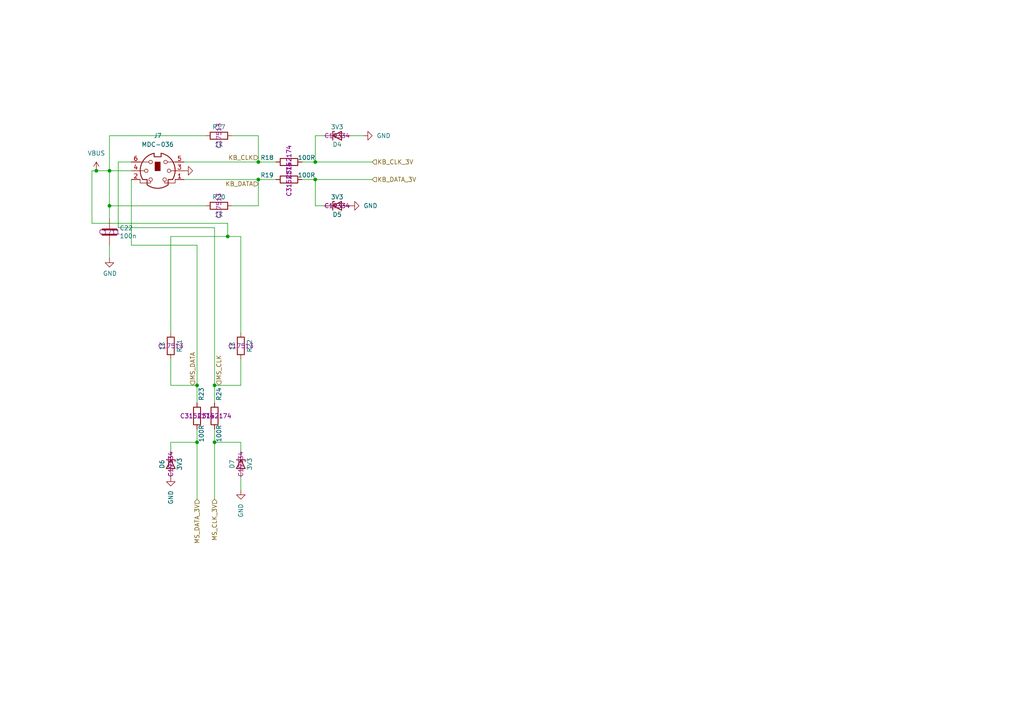
<source format=kicad_sch>
(kicad_sch (version 20250114) (generator "eeschema") (generator_version "9.0")
  (paper "A4")
  (title_block (title "${NAME}") (date "2025-04-24") (rev "${VERSION}") (company "Mikhail Matveev") (comment 1 "https://github.com/xtremespb/frank"))
  (lib_symbols
    (symbol "Connector:Mini-DIN-6" (pin_names (offset 1.016))
      (property "Reference" "J" (at 0 6.35 0))
      (property "Value" "Mini-DIN-6" (at 0 -6.35 0))
      (symbol "Mini-DIN-6_0_1"
        (polyline (pts (xy -4.318 -2.54) (xy -3.048 -2.54) (xy -3.048 -4.064)) (stroke (width 0.254)))
        (polyline (pts (xy -3.81 0) (xy -5.08 0)))
        (circle (center -3.302 0) (radius 0.508))
        (polyline (pts (xy -2.54 2.54) (xy -5.08 2.54)))
        (circle (center -2.032 2.54) (radius 0.508))
        (circle (center -2.032 -2.54) (radius 0.508))
        (polyline (pts (xy -2.032 -3.048) (xy -2.032 -3.556) (xy -5.08 -3.556) (xy -5.08 -2.54)))
        (polyline (pts (xy -1.016 5.08) (xy -1.016 4.064) (xy 1.016 4.064) (xy 1.016 5.08)) (stroke (width 0.254)))
        (rectangle (start -0.762 2.54) (end 0.762 0) (fill (type outline)))
        (arc (start 3.048 -4.064) (mid 0 -5.08) (end -3.048 -4.064) (stroke (width 0.254)))
        (arc (start 1.016 5.08) (mid 4.6646 2.1356) (end 4.318 -2.54) (stroke (width 0.254)))
        (arc (start -4.318 -2.54) (mid -4.6241 2.1181) (end -1.016 5.08) (stroke (width 0.254)))
        (circle (center 2.032 -2.54) (radius 0.508))
        (polyline (pts (xy 2.032 -3.048) (xy 2.032 -3.556) (xy 5.08 -3.556) (xy 5.08 -2.54)))
        (circle (center 2.286 2.54) (radius 0.508))
        (polyline (pts (xy 2.794 2.54) (xy 5.08 2.54)))
        (circle (center 3.302 0) (radius 0.508))
        (polyline (pts (xy 4.318 -2.54) (xy 3.048 -2.54) (xy 3.048 -4.064)) (stroke (width 0.254)))
        (polyline (pts (xy 5.08 0) (xy 3.81 0)))
      )
      (symbol "Mini-DIN-6_1_1"
        (pin passive line (at -7.62 2.54 0) (length 2.54) (name "~") (number "6"))
        (pin passive line (at -7.62 0 0) (length 2.54) (name "~") (number "4"))
        (pin passive line (at -7.62 -2.54 0) (length 2.54) (name "~") (number "2"))
        (pin passive line (at 7.62 2.54 180) (length 2.54) (name "~") (number "5"))
        (pin passive line (at 7.62 0 180) (length 2.54) (name "~") (number "3"))
        (pin passive line (at 7.62 -2.54 180) (length 2.54) (name "~") (number "1"))
      )
    )
    (symbol "Device:C" (pin_numbers (hide yes)) (pin_names (offset 0.254))
      (property "Reference" "C" (at 0.635 2.54 0))
      (property "Value" "C" (at 0.635 -2.54 0))
      (symbol "C_0_1"
        (polyline (pts (xy -2.032 0.762) (xy 2.032 0.762)) (stroke (width 0.508)))
        (polyline (pts (xy -2.032 -0.762) (xy 2.032 -0.762)) (stroke (width 0.508)))
      )
      (symbol "C_1_1"
        (pin passive line (at 0 3.81 270) (length 2.794) (name "~") (number "1"))
        (pin passive line (at 0 -3.81 90) (length 2.794) (name "~") (number "2"))
      )
    )
    (symbol "Device:D_Zener" (pin_numbers (hide yes)) (pin_names (offset 1.016) (hide yes))
      (property "Reference" "D" (at 0 2.54 0))
      (property "Value" "D_Zener" (at 0 -2.54 0))
      (symbol "D_Zener_0_1"
        (polyline (pts (xy -1.27 -1.27) (xy -1.27 1.27) (xy -0.762 1.27)) (stroke (width 0.254)))
        (polyline (pts (xy 1.27 0) (xy -1.27 0)))
        (polyline (pts (xy 1.27 -1.27) (xy 1.27 1.27) (xy -1.27 0) (xy 1.27 -1.27)) (stroke (width 0.254)))
      )
      (symbol "D_Zener_1_1"
        (pin passive line (at -3.81 0 0) (length 2.54) (name "K") (number "1"))
        (pin passive line (at 3.81 0 180) (length 2.54) (name "A") (number "2"))
      )
    )
    (symbol "Device:R" (pin_numbers (hide yes)) (pin_names (offset 0))
      (property "Reference" "R" (at 2.032 0 90))
      (property "Value" "R" (at 0 0 90))
      (symbol "R_0_1"
        (rectangle (start -1.016 -2.54) (end 1.016 2.54) (stroke (width 0.254)))
      )
      (symbol "R_1_1"
        (pin passive line (at 0 3.81 270) (length 1.27) (name "~") (number "1"))
        (pin passive line (at 0 -3.81 90) (length 1.27) (name "~") (number "2"))
      )
    )
    (symbol "GND_1" (power) (pin_numbers (hide yes)) (pin_names (offset 0) (hide yes))
      (property "Value" "GND" (at 0 -3.81 0))
      (symbol "GND_1_0_1"
        (polyline (pts (xy 0 0) (xy 0 -1.27) (xy 1.27 -1.27) (xy 0 -2.54) (xy -1.27 -1.27) (xy 0 -1.27)))
      )
      (symbol "GND_1_1_1"
        (pin power_in line (at 0 0 270) (length 0) (name "~") (number "1"))
      )
    )
    (symbol "GND_2" (power) (pin_numbers (hide yes)) (pin_names (offset 0) (hide yes))
      (property "Value" "GND" (at 0 -3.81 0))
      (symbol "GND_2_0_1"
        (polyline (pts (xy 0 0) (xy 0 -1.27) (xy 1.27 -1.27) (xy 0 -2.54) (xy -1.27 -1.27) (xy 0 -1.27)))
      )
      (symbol "GND_2_1_1"
        (pin power_in line (at 0 0 270) (length 0) (name "~") (number "1"))
      )
    )
    (symbol "GND_3" (power) (pin_numbers (hide yes)) (pin_names (offset 0) (hide yes))
      (property "Value" "GND" (at 0 -3.81 0))
      (symbol "GND_3_0_1"
        (polyline (pts (xy 0 0) (xy 0 -1.27) (xy 1.27 -1.27) (xy 0 -2.54) (xy -1.27 -1.27) (xy 0 -1.27)))
      )
      (symbol "GND_3_1_1"
        (pin power_in line (at 0 0 270) (length 0) (name "~") (number "1"))
      )
    )
    (symbol "GND_4" (power) (pin_numbers (hide yes)) (pin_names (offset 0) (hide yes))
      (property "Value" "GND" (at 0 -3.81 0))
      (symbol "GND_4_0_1"
        (polyline (pts (xy 0 0) (xy 0 -1.27) (xy 1.27 -1.27) (xy 0 -2.54) (xy -1.27 -1.27) (xy 0 -1.27)))
      )
      (symbol "GND_4_1_1"
        (pin power_in line (at 0 0 270) (length 0) (name "~") (number "1"))
      )
    )
    (symbol "GND_6" (power) (pin_numbers (hide yes)) (pin_names (offset 0) (hide yes))
      (property "Value" "GND" (at 0 -3.81 0))
      (symbol "GND_6_0_1"
        (polyline (pts (xy 0 0) (xy 0 -1.27) (xy 1.27 -1.27) (xy 0 -2.54) (xy -1.27 -1.27) (xy 0 -1.27)))
      )
      (symbol "GND_6_1_1"
        (pin power_in line (at 0 0 270) (length 0) (name "~") (number "1"))
      )
    )
    (symbol "power:GND" (power) (pin_numbers (hide yes)) (pin_names (offset 0) (hide yes))
      (property "Value" "GND" (at 0 -3.81 0))
      (symbol "GND_0_1"
        (polyline (pts (xy 0 0) (xy 0 -1.27) (xy 1.27 -1.27) (xy 0 -2.54) (xy -1.27 -1.27) (xy 0 -1.27)))
      )
      (symbol "GND_1_1"
        (pin power_in line (at 0 0 270) (length 0) (name "~") (number "1"))
      )
    )
    (symbol "power:VBUS" (power) (pin_numbers (hide yes)) (pin_names (offset 0) (hide yes))
      (property "Value" "VBUS" (at 0 3.556 0))
      (symbol "VBUS_0_1"
        (polyline (pts (xy -0.762 1.27) (xy 0 2.54)))
        (polyline (pts (xy 0 2.54) (xy 0.762 1.27)))
        (polyline (pts (xy 0 0) (xy 0 2.54)))
      )
      (symbol "VBUS_1_1"
        (pin power_in line (at 0 0 90) (length 0) (name "~") (number "1"))
      )
    )
  )
  (junction (at 91.44 52.07))
  (junction (at 57.15 128.27))
  (junction (at 66.04 68.58))
  (junction (at 57.15 111.76))
  (junction (at 74.93 46.99))
  (junction (at 31.75 49.53))
  (junction (at 91.44 46.99))
  (junction (at 62.23 128.27))
  (junction (at 31.75 59.69))
  (junction (at 62.23 111.76))
  (junction (at 74.93 52.07))
  (junction (at 27.94 49.53))
  (wire (pts (xy 57.15 128.27) (xy 57.15 144.78)))
  (wire (pts (xy 69.85 111.76) (xy 62.23 111.76)))
  (wire (pts (xy 69.85 128.27) (xy 62.23 128.27)))
  (wire (pts (xy 74.93 52.07) (xy 80.01 52.07)))
  (wire (pts (xy 74.93 46.99) (xy 80.01 46.99)))
  (wire (pts (xy 59.69 59.69) (xy 31.75 59.69)))
  (wire (pts (xy 49.53 96.52) (xy 49.53 68.58)))
  (wire (pts (xy 49.53 104.14) (xy 49.53 111.76)))
  (wire (pts (xy 27.94 49.53) (xy 26.67 49.53)))
  (wire (pts (xy 31.75 59.69) (xy 31.75 63.5)))
  (wire (pts (xy 31.75 39.37) (xy 31.75 49.53)))
  (wire (pts (xy 62.23 128.27) (xy 62.23 124.46)))
  (wire (pts (xy 62.23 128.27) (xy 62.23 144.78)))
  (wire (pts (xy 38.1 52.07) (xy 38.1 71.12)))
  (wire (pts (xy 101.6 39.37) (xy 105.41 39.37)))
  (wire (pts (xy 69.85 130.81) (xy 69.85 128.27)))
  (wire (pts (xy 91.44 52.07) (xy 87.63 52.07)))
  (wire (pts (xy 91.44 59.69) (xy 91.44 52.07)))
  (wire (pts (xy 69.85 104.14) (xy 69.85 111.76)))
  (wire (pts (xy 91.44 52.07) (xy 107.95 52.07)))
  (wire (pts (xy 31.75 59.69) (xy 31.75 49.53)))
  (wire (pts (xy 59.69 39.37) (xy 31.75 39.37)))
  (wire (pts (xy 38.1 46.99) (xy 34.29 46.99)))
  (wire (pts (xy 66.04 64.77) (xy 66.04 68.58)))
  (wire (pts (xy 66.04 68.58) (xy 69.85 68.58)))
  (wire (pts (xy 49.53 128.27) (xy 57.15 128.27)))
  (wire (pts (xy 93.98 59.69) (xy 91.44 59.69)))
  (wire (pts (xy 57.15 111.76) (xy 49.53 111.76)))
  (wire (pts (xy 93.98 39.37) (xy 91.44 39.37)))
  (wire (pts (xy 53.34 52.07) (xy 74.93 52.07)))
  (wire (pts (xy 34.29 46.99) (xy 34.29 66.04)))
  (wire (pts (xy 91.44 46.99) (xy 107.95 46.99)))
  (wire (pts (xy 38.1 71.12) (xy 57.15 71.12)))
  (wire (pts (xy 91.44 39.37) (xy 91.44 46.99)))
  (wire (pts (xy 31.75 49.53) (xy 38.1 49.53)))
  (wire (pts (xy 31.75 49.53) (xy 27.94 49.53)))
  (wire (pts (xy 67.31 59.69) (xy 74.93 59.69)))
  (wire (pts (xy 74.93 39.37) (xy 74.93 46.99)))
  (wire (pts (xy 26.67 64.77) (xy 66.04 64.77)))
  (wire (pts (xy 62.23 111.76) (xy 62.23 116.84)))
  (wire (pts (xy 49.53 130.81) (xy 49.53 128.27)))
  (wire (pts (xy 57.15 71.12) (xy 57.15 111.76)))
  (wire (pts (xy 57.15 128.27) (xy 57.15 124.46)))
  (wire (pts (xy 34.29 66.04) (xy 62.23 66.04)))
  (wire (pts (xy 26.67 49.53) (xy 26.67 64.77)))
  (wire (pts (xy 53.34 46.99) (xy 74.93 46.99)))
  (wire (pts (xy 69.85 96.52) (xy 69.85 68.58)))
  (wire (pts (xy 67.31 39.37) (xy 74.93 39.37)))
  (wire (pts (xy 31.75 71.12) (xy 31.75 74.93)))
  (wire (pts (xy 49.53 68.58) (xy 66.04 68.58)))
  (wire (pts (xy 74.93 52.07) (xy 74.93 59.69)))
  (wire (pts (xy 62.23 66.04) (xy 62.23 111.76)))
  (wire (pts (xy 57.15 111.76) (xy 57.15 116.84)))
  (wire (pts (xy 91.44 46.99) (xy 87.63 46.99)))
  (wire (pts (xy 69.85 138.43) (xy 69.85 142.24)))
  (hierarchical_label "MS_CLK_3V" (shape input) (at 62.23 144.78 270))
  (hierarchical_label "MS_CLK" (shape input) (at 63.5 111.76 90))
  (hierarchical_label "KB_CLK" (shape input) (at 74.93 45.72 180))
  (hierarchical_label "KB_DATA_3V" (shape input) (at 107.95 52.07 0))
  (hierarchical_label "MS_DATA_3V" (shape input) (at 57.15 144.78 270))
  (hierarchical_label "MS_DATA" (shape input) (at 55.88 111.76 90))
  (hierarchical_label "KB_CLK_3V" (shape input) (at 107.95 46.99 0))
  (hierarchical_label "KB_DATA" (shape input) (at 74.93 53.34 180))
  (symbol (lib_name "GND_6") (lib_id "power:GND") (at 101.6 59.69 90) (unit 1)
    (property "Reference" "#PWR055" (effects (hide yes)))
    (property "Value" "GND" (at 105.41 59.6899 90) (effects (justify right)))
    (property "Description" "Power symbol creates a global label with name \"GND\" , ground" (effects (hide yes)))
  )
  (symbol (lib_id "Device:D_Zener") (at 97.79 59.69 0) (unit 1)
    (property "Reference" "D5" (at 97.79 62.23 0))
    (property "Value" "3V3" (at 97.79 57.15 0))
    (property "Footprint" "FRANK:Diode (SOD-323)" (effects (hide yes)))
    (property "Datasheet" "https://www.vishay.com/docs/83335/bzx384g.pdf" (effects (hide yes)))
    (property "AliExpress" "https://www.aliexpress.com/item/1005006143480992.html" (effects (hide yes)))
    (property "LCSC" "C19334" (at 97.79 59.69 0))
  )
  (symbol (lib_name "GND_3") (lib_id "power:GND") (at 31.75 74.93 0) (unit 1)
    (property "Reference" "#PWR056" (effects (hide yes)))
    (property "Value" "GND" (at 31.877 79.3242 0))
    (property "Description" "Power symbol creates a global label with name \"GND\" , ground" (effects (hide yes)))
  )
  (symbol (lib_id "Device:R") (at 49.53 100.33 0) (unit 1)
    (property "Reference" "R21" (at 52.07 100.33 90))
    (property "Value" "1K" (at 46.99 100.33 90))
    (property "Footprint" "FRANK:Resistor (0805)" (effects (hide yes)))
    (property "Datasheet" "https://www.vishay.com/docs/28952/mcs0402at-mct0603at-mcu0805at-mca1206at.pdf" (effects (hide yes)))
    (property "AliExpress" "https://www.aliexpress.com/item/1005005945735199.html" (effects (hide yes)))
    (property "LCSC" "C17513" (at 49.53 100.33 0))
  )
  (symbol (lib_name "GND_1") (lib_id "power:GND") (at 69.85 142.24 0) (unit 1)
    (property "Reference" "#PWR058" (effects (hide yes)))
    (property "Value" "GND" (at 69.8501 146.05 90) (effects (justify right)))
    (property "Description" "Power symbol creates a global label with name \"GND\" , ground" (effects (hide yes)))
  )
  (symbol (lib_id "Device:R") (at 83.82 52.07 90) (unit 1)
    (property "Reference" "R19" (at 77.47 50.8 90))
    (property "Value" "100R" (at 88.9 50.8 90))
    (property "Footprint" "FRANK:Resistor (0805)" (effects (hide yes)))
    (property "Datasheet" "https://www.vishay.com/docs/28952/mcs0402at-mct0603at-mcu0805at-mca1206at.pdf" (effects (hide yes)))
    (property "AliExpress" "https://www.aliexpress.com/item/1005005945735199.html" (effects (hide yes)))
    (property "LCSC" "C3152174" (at 83.82 52.07 0))
  )
  (symbol (lib_id "Device:R") (at 69.85 100.33 0) (unit 1)
    (property "Reference" "R22" (at 72.39 100.33 90))
    (property "Value" "1K" (at 67.31 100.33 90))
    (property "Footprint" "FRANK:Resistor (0805)" (effects (hide yes)))
    (property "Datasheet" "https://www.vishay.com/docs/28952/mcs0402at-mct0603at-mcu0805at-mca1206at.pdf" (effects (hide yes)))
    (property "AliExpress" "https://www.aliexpress.com/item/1005005945735199.html" (effects (hide yes)))
    (property "LCSC" "C17513" (at 69.85 100.33 0))
  )
  (symbol (lib_id "Device:R") (at 83.82 46.99 90) (unit 1)
    (property "Reference" "R18" (at 77.47 45.72 90))
    (property "Value" "100R" (at 88.9 45.72 90))
    (property "Footprint" "FRANK:Resistor (0805)" (effects (hide yes)))
    (property "Datasheet" "https://www.vishay.com/docs/28952/mcs0402at-mct0603at-mcu0805at-mca1206at.pdf" (effects (hide yes)))
    (property "AliExpress" "https://www.aliexpress.com/item/1005005945735199.html" (effects (hide yes)))
    (property "LCSC" "C3152174" (at 83.82 46.99 0))
  )
  (symbol (lib_id "Device:R") (at 57.15 120.65 0) (unit 1)
    (property "Reference" "R23" (at 58.42 114.3 90))
    (property "Value" "100R" (at 58.42 125.73 90))
    (property "Footprint" "FRANK:Resistor (0805)" (effects (hide yes)))
    (property "Datasheet" "https://www.vishay.com/docs/28952/mcs0402at-mct0603at-mcu0805at-mca1206at.pdf" (effects (hide yes)))
    (property "AliExpress" "https://www.aliexpress.com/item/1005005945735199.html" (effects (hide yes)))
    (property "LCSC" "C3152174" (at 57.15 120.65 0))
  )
  (symbol (lib_name "GND_4") (lib_id "power:GND") (at 105.41 39.37 90) (unit 1)
    (property "Reference" "#PWR052" (effects (hide yes)))
    (property "Value" "GND" (at 109.22 39.3699 90) (effects (justify right)))
    (property "Description" "Power symbol creates a global label with name \"GND\" , ground" (effects (hide yes)))
  )
  (symbol (lib_id "Device:D_Zener") (at 49.53 134.62 270) (unit 1)
    (property "Reference" "D6" (at 46.99 134.62 0))
    (property "Value" "3V3" (at 52.07 134.62 0))
    (property "Footprint" "FRANK:Diode (SOD-323)" (effects (hide yes)))
    (property "Datasheet" "https://www.vishay.com/docs/83335/bzx384g.pdf" (effects (hide yes)))
    (property "AliExpress" "https://www.aliexpress.com/item/1005006143480992.html" (effects (hide yes)))
    (property "LCSC" "C19334" (at 49.53 134.62 0))
  )
  (symbol (lib_id "power:VBUS") (at 27.94 49.53 0) (unit 1)
    (property "Reference" "#PWR053" (effects (hide yes)))
    (property "Value" "VBUS" (at 27.94 44.45 0))
    (property "Description" "Power symbol creates a global label with name \"VBUS\"" (effects (hide yes)))
  )
  (symbol (lib_id "Device:R") (at 63.5 59.69 90) (unit 1)
    (property "Reference" "R20" (at 63.5 57.15 90))
    (property "Value" "1K" (at 63.5 62.23 90))
    (property "Footprint" "FRANK:Resistor (0805)" (effects (hide yes)))
    (property "Datasheet" "https://www.vishay.com/docs/28952/mcs0402at-mct0603at-mcu0805at-mca1206at.pdf" (effects (hide yes)))
    (property "AliExpress" "https://www.aliexpress.com/item/1005005945735199.html" (effects (hide yes)))
    (property "LCSC" "C17513" (at 63.5 59.69 0))
  )
  (symbol (lib_id "Device:R") (at 63.5 39.37 90) (unit 1)
    (property "Reference" "R17" (at 63.5 36.83 90))
    (property "Value" "1K" (at 63.5 41.91 90))
    (property "Footprint" "FRANK:Resistor (0805)" (effects (hide yes)))
    (property "Datasheet" "https://www.vishay.com/docs/28952/mcs0402at-mct0603at-mcu0805at-mca1206at.pdf" (effects (hide yes)))
    (property "AliExpress" "https://www.aliexpress.com/item/1005005945735199.html" (effects (hide yes)))
    (property "LCSC" "C17513" (at 63.5 39.37 0))
  )
  (symbol (lib_id "Connector:Mini-DIN-6") (at 45.72 49.53 0) (unit 1)
    (property "Reference" "J7" (at 45.7377 39.37 0))
    (property "Value" "MDC-036" (at 45.7377 41.91 0))
    (property "Footprint" "FRANK:MiniDIN (6 Pin, female)" (effects (hide yes)))
    (property "Datasheet" "http://service.powerdynamics.com/ec/Catalog17/Section%2011.pdf" (effects (hide yes)))
    (property "AliExpress" "https://www.aliexpress.com/item/4000106131593.html" (effects (hide yes)))
  )
  (symbol (lib_id "power:GND") (at 53.34 49.53 90) (unit 1)
    (property "Reference" "#PWR054" (effects (hide yes)))
    (property "Value" "GND" (effects (hide yes)))
    (property "Description" "Power symbol creates a global label with name \"GND\" , ground" (effects (hide yes)))
  )
  (symbol (lib_name "GND_2") (lib_id "power:GND") (at 49.53 138.43 0) (unit 1)
    (property "Reference" "#PWR057" (effects (hide yes)))
    (property "Value" "GND" (at 49.5301 142.24 90) (effects (justify right)))
    (property "Description" "Power symbol creates a global label with name \"GND\" , ground" (effects (hide yes)))
  )
  (symbol (lib_id "Device:D_Zener") (at 97.79 39.37 0) (unit 1)
    (property "Reference" "D4" (at 97.79 41.91 0))
    (property "Value" "3V3" (at 97.79 36.83 0))
    (property "Footprint" "FRANK:Diode (SOD-323)" (effects (hide yes)))
    (property "Datasheet" "https://www.vishay.com/docs/83335/bzx384g.pdf" (effects (hide yes)))
    (property "AliExpress" "https://www.aliexpress.com/item/1005006143480992.html" (effects (hide yes)))
    (property "LCSC" "C19334" (at 97.79 39.37 0))
  )
  (symbol (lib_id "Device:R") (at 62.23 120.65 0) (unit 1)
    (property "Reference" "R24" (at 63.5 114.3 90))
    (property "Value" "100R" (at 63.5 125.73 90))
    (property "Footprint" "FRANK:Resistor (0805)" (effects (hide yes)))
    (property "Datasheet" "https://www.vishay.com/docs/28952/mcs0402at-mct0603at-mcu0805at-mca1206at.pdf" (effects (hide yes)))
    (property "AliExpress" "https://www.aliexpress.com/item/1005005945735199.html" (effects (hide yes)))
    (property "LCSC" "C3152174" (at 62.23 120.65 0))
  )
  (symbol (lib_id "Device:D_Zener") (at 69.85 134.62 270) (unit 1)
    (property "Reference" "D7" (at 67.31 134.62 0))
    (property "Value" "3V3" (at 72.39 134.62 0))
    (property "Footprint" "FRANK:Diode (SOD-323)" (effects (hide yes)))
    (property "Datasheet" "https://www.vishay.com/docs/83335/bzx384g.pdf" (effects (hide yes)))
    (property "AliExpress" "https://www.aliexpress.com/item/1005006143480992.html" (effects (hide yes)))
    (property "LCSC" "C19334" (at 69.85 134.62 0))
  )
  (symbol (lib_id "Device:C") (at 31.75 67.31 0) (unit 1)
    (property "Reference" "C22" (at 34.671 66.1416 0) (effects (justify left)))
    (property "Value" "100n" (at 34.671 68.453 0) (effects (justify left)))
    (property "Footprint" "FRANK:Capacitor (0805)" (effects (hide yes)))
    (property "Datasheet" "https://eu.mouser.com/datasheet/2/40/KGM_X7R-3223212.pdf" (effects (hide yes)))
    (property "AliExpress" "https://www.aliexpress.com/item/33008008276.html" (effects (hide yes)))
    (property "LCSC" "C1711" (at 31.75 67.31 0))
  )
)
</source>
